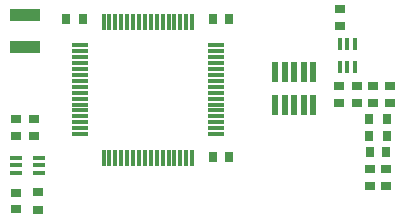
<source format=gbp>
G04*
G04 #@! TF.GenerationSoftware,Altium Limited,Altium Designer,19.1.5 (86)*
G04*
G04 Layer_Color=128*
%FSLAX25Y25*%
%MOIN*%
G70*
G01*
G75*
%ADD18R,0.03543X0.03150*%
%ADD19R,0.03150X0.03543*%
%ADD39R,0.01575X0.04134*%
%ADD40R,0.01181X0.05807*%
%ADD41R,0.05807X0.01181*%
%ADD42R,0.02756X0.03543*%
%ADD43R,0.02000X0.07000*%
%ADD44R,0.10236X0.04331*%
%ADD45R,0.04134X0.01575*%
%ADD46R,0.03543X0.02756*%
D18*
X66929Y14173D02*
D03*
Y8661D02*
D03*
X66929Y33071D02*
D03*
Y38583D02*
D03*
X73228Y33071D02*
D03*
Y38583D02*
D03*
X175197Y69685D02*
D03*
Y75197D02*
D03*
X180709Y49606D02*
D03*
Y44095D02*
D03*
X186221Y49606D02*
D03*
Y44094D02*
D03*
X185039Y21901D02*
D03*
Y16389D02*
D03*
X190551Y21901D02*
D03*
Y16389D02*
D03*
D19*
X89370Y72047D02*
D03*
X83858D02*
D03*
X132677Y72047D02*
D03*
X138189D02*
D03*
X132677Y25984D02*
D03*
X138189D02*
D03*
X185039Y27559D02*
D03*
X190551D02*
D03*
D39*
X180118Y63583D02*
D03*
X177559D02*
D03*
X175000D02*
D03*
Y56102D02*
D03*
X177559D02*
D03*
X180118D02*
D03*
D40*
X125787Y71016D02*
D03*
X123819D02*
D03*
X121850D02*
D03*
X119882D02*
D03*
X117913D02*
D03*
X115945D02*
D03*
X113976D02*
D03*
X112008D02*
D03*
X110039D02*
D03*
X108071D02*
D03*
X106102D02*
D03*
X104134D02*
D03*
X102165D02*
D03*
X100197D02*
D03*
X98228D02*
D03*
X96260D02*
D03*
Y25835D02*
D03*
X98228D02*
D03*
X100197D02*
D03*
X102165D02*
D03*
X104134D02*
D03*
X106102D02*
D03*
X108071D02*
D03*
X110039D02*
D03*
X112008D02*
D03*
X113976D02*
D03*
X115945D02*
D03*
X117913D02*
D03*
X119882D02*
D03*
X121850D02*
D03*
X123819D02*
D03*
X125787D02*
D03*
D41*
X88433Y63189D02*
D03*
Y61221D02*
D03*
Y59252D02*
D03*
Y57284D02*
D03*
Y55315D02*
D03*
Y53347D02*
D03*
Y51378D02*
D03*
Y49409D02*
D03*
Y47441D02*
D03*
Y45472D02*
D03*
Y43504D02*
D03*
Y41535D02*
D03*
Y39567D02*
D03*
Y37598D02*
D03*
Y35630D02*
D03*
Y33661D02*
D03*
X133614D02*
D03*
Y35630D02*
D03*
Y37598D02*
D03*
Y39567D02*
D03*
Y41535D02*
D03*
Y43504D02*
D03*
Y45472D02*
D03*
Y47441D02*
D03*
Y49409D02*
D03*
Y51378D02*
D03*
Y53347D02*
D03*
Y55315D02*
D03*
Y57284D02*
D03*
Y59252D02*
D03*
Y61221D02*
D03*
Y63189D02*
D03*
D42*
X190748Y33071D02*
D03*
X184843D02*
D03*
X190748Y38583D02*
D03*
X184843D02*
D03*
D43*
X166142Y43319D02*
D03*
Y54319D02*
D03*
X162993Y43319D02*
D03*
Y54319D02*
D03*
X159843Y43319D02*
D03*
Y54319D02*
D03*
X156693Y43319D02*
D03*
Y54319D02*
D03*
X153542Y43319D02*
D03*
Y54319D02*
D03*
D44*
X70079Y62795D02*
D03*
Y73425D02*
D03*
D45*
X67126Y25787D02*
D03*
Y23228D02*
D03*
Y20669D02*
D03*
X74606D02*
D03*
Y23228D02*
D03*
Y25787D02*
D03*
D46*
X74410Y14370D02*
D03*
Y8465D02*
D03*
X174803Y49803D02*
D03*
Y43898D02*
D03*
X191732Y49803D02*
D03*
Y43898D02*
D03*
M02*

</source>
